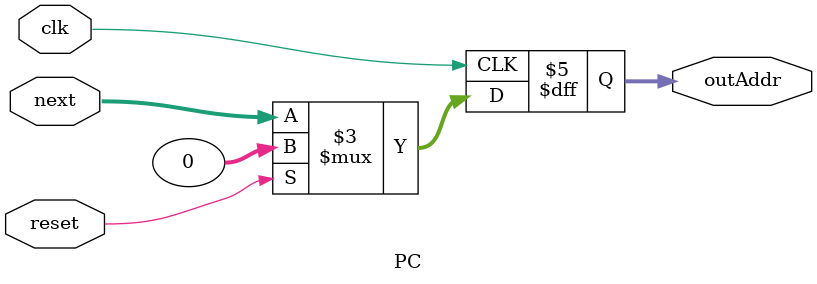
<source format=v>
module PC(next, clk, reset, outAddr);

input clk;
input [31:0] next;
input reset;

output reg [31:0] outAddr;

always@(posedge clk) begin

if(reset) begin

outAddr = 32'b0;

end else begin

outAddr = next;

end
end

endmodule 
</source>
